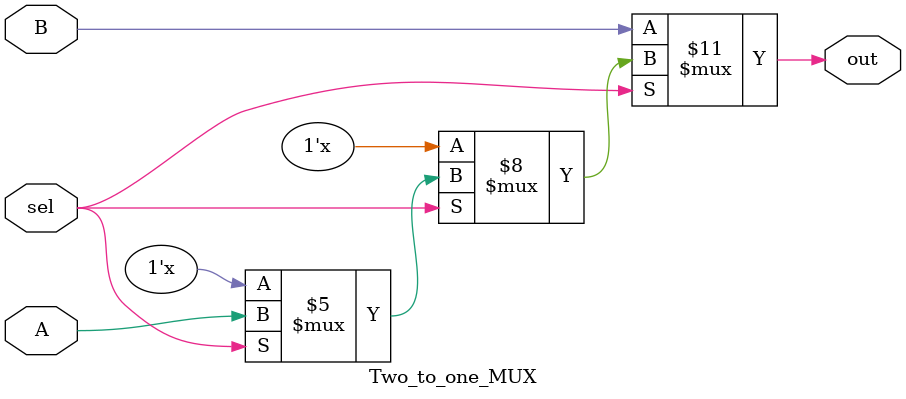
<source format=v>
module Two_to_one_MUX(out, A, B, sel);
input A, B, sel;
output out;
reg out;
always @(A or B or sel)
begin
  if(sel == 0)
    out = B;
  else if(sel == 1)
    out = A;
end
endmodule

</source>
